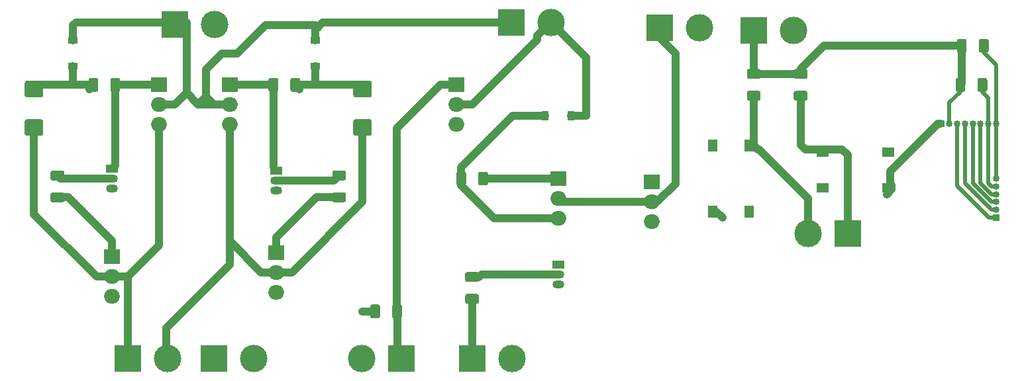
<source format=gbr>
G04 #@! TF.GenerationSoftware,KiCad,Pcbnew,(5.1.5)-3*
G04 #@! TF.CreationDate,2021-03-07T17:40:16+01:00*
G04 #@! TF.ProjectId,Motorproject,4d6f746f-7270-4726-9f6a-6563742e6b69,rev?*
G04 #@! TF.SameCoordinates,Original*
G04 #@! TF.FileFunction,Copper,L1,Top*
G04 #@! TF.FilePolarity,Positive*
%FSLAX46Y46*%
G04 Gerber Fmt 4.6, Leading zero omitted, Abs format (unit mm)*
G04 Created by KiCad (PCBNEW (5.1.5)-3) date 2021-03-07 17:40:16*
%MOMM*%
%LPD*%
G04 APERTURE LIST*
%ADD10C,3.500120*%
%ADD11R,3.500120X3.500120*%
%ADD12R,0.900000X1.200000*%
%ADD13R,1.200000X0.900000*%
%ADD14R,1.300000X1.550000*%
%ADD15R,1.550000X1.300000*%
%ADD16C,0.100000*%
%ADD17O,0.850000X0.850000*%
%ADD18R,0.850000X0.850000*%
%ADD19O,2.000000X1.905000*%
%ADD20R,2.000000X1.905000*%
%ADD21R,1.500000X1.050000*%
%ADD22O,1.500000X1.050000*%
%ADD23C,0.800000*%
%ADD24C,1.000000*%
%ADD25C,0.500000*%
G04 APERTURE END LIST*
D10*
X124080000Y-32700000D03*
D11*
X119000000Y-32700000D03*
D10*
X100080000Y-75000000D03*
D11*
X95000000Y-75000000D03*
D10*
X80920000Y-75000000D03*
D11*
X86000000Y-75000000D03*
D10*
X105080000Y-32000000D03*
D11*
X100000000Y-32000000D03*
D10*
X137920000Y-59000000D03*
D11*
X143000000Y-59000000D03*
D10*
X56080000Y-75000000D03*
D11*
X51000000Y-75000000D03*
D10*
X67080000Y-75000000D03*
D11*
X62000000Y-75000000D03*
D10*
X62080000Y-32300000D03*
D11*
X57000000Y-32300000D03*
D10*
X136080000Y-33000000D03*
D11*
X131000000Y-33000000D03*
D12*
X107650000Y-44000000D03*
X104350000Y-44000000D03*
D13*
X75000000Y-34350000D03*
X75000000Y-37650000D03*
X44000000Y-34350000D03*
X44000000Y-37650000D03*
D14*
X125800000Y-47800000D03*
X130400000Y-47800000D03*
X130400000Y-56200000D03*
X125800000Y-56200000D03*
D15*
X139800000Y-53200000D03*
X139800000Y-48600000D03*
X148200000Y-48600000D03*
X148200000Y-53200000D03*
G04 #@! TA.AperFunction,SMDPad,CuDef*
D16*
G36*
X81949504Y-44426204D02*
G01*
X81973773Y-44429804D01*
X81997571Y-44435765D01*
X82020671Y-44444030D01*
X82042849Y-44454520D01*
X82063893Y-44467133D01*
X82083598Y-44481747D01*
X82101777Y-44498223D01*
X82118253Y-44516402D01*
X82132867Y-44536107D01*
X82145480Y-44557151D01*
X82155970Y-44579329D01*
X82164235Y-44602429D01*
X82170196Y-44626227D01*
X82173796Y-44650496D01*
X82175000Y-44675000D01*
X82175000Y-46250000D01*
X82173796Y-46274504D01*
X82170196Y-46298773D01*
X82164235Y-46322571D01*
X82155970Y-46345671D01*
X82145480Y-46367849D01*
X82132867Y-46388893D01*
X82118253Y-46408598D01*
X82101777Y-46426777D01*
X82083598Y-46443253D01*
X82063893Y-46457867D01*
X82042849Y-46470480D01*
X82020671Y-46480970D01*
X81997571Y-46489235D01*
X81973773Y-46495196D01*
X81949504Y-46498796D01*
X81925000Y-46500000D01*
X80075000Y-46500000D01*
X80050496Y-46498796D01*
X80026227Y-46495196D01*
X80002429Y-46489235D01*
X79979329Y-46480970D01*
X79957151Y-46470480D01*
X79936107Y-46457867D01*
X79916402Y-46443253D01*
X79898223Y-46426777D01*
X79881747Y-46408598D01*
X79867133Y-46388893D01*
X79854520Y-46367849D01*
X79844030Y-46345671D01*
X79835765Y-46322571D01*
X79829804Y-46298773D01*
X79826204Y-46274504D01*
X79825000Y-46250000D01*
X79825000Y-44675000D01*
X79826204Y-44650496D01*
X79829804Y-44626227D01*
X79835765Y-44602429D01*
X79844030Y-44579329D01*
X79854520Y-44557151D01*
X79867133Y-44536107D01*
X79881747Y-44516402D01*
X79898223Y-44498223D01*
X79916402Y-44481747D01*
X79936107Y-44467133D01*
X79957151Y-44454520D01*
X79979329Y-44444030D01*
X80002429Y-44435765D01*
X80026227Y-44429804D01*
X80050496Y-44426204D01*
X80075000Y-44425000D01*
X81925000Y-44425000D01*
X81949504Y-44426204D01*
G37*
G04 #@! TD.AperFunction*
G04 #@! TA.AperFunction,SMDPad,CuDef*
G36*
X81949504Y-39501204D02*
G01*
X81973773Y-39504804D01*
X81997571Y-39510765D01*
X82020671Y-39519030D01*
X82042849Y-39529520D01*
X82063893Y-39542133D01*
X82083598Y-39556747D01*
X82101777Y-39573223D01*
X82118253Y-39591402D01*
X82132867Y-39611107D01*
X82145480Y-39632151D01*
X82155970Y-39654329D01*
X82164235Y-39677429D01*
X82170196Y-39701227D01*
X82173796Y-39725496D01*
X82175000Y-39750000D01*
X82175000Y-41325000D01*
X82173796Y-41349504D01*
X82170196Y-41373773D01*
X82164235Y-41397571D01*
X82155970Y-41420671D01*
X82145480Y-41442849D01*
X82132867Y-41463893D01*
X82118253Y-41483598D01*
X82101777Y-41501777D01*
X82083598Y-41518253D01*
X82063893Y-41532867D01*
X82042849Y-41545480D01*
X82020671Y-41555970D01*
X81997571Y-41564235D01*
X81973773Y-41570196D01*
X81949504Y-41573796D01*
X81925000Y-41575000D01*
X80075000Y-41575000D01*
X80050496Y-41573796D01*
X80026227Y-41570196D01*
X80002429Y-41564235D01*
X79979329Y-41555970D01*
X79957151Y-41545480D01*
X79936107Y-41532867D01*
X79916402Y-41518253D01*
X79898223Y-41501777D01*
X79881747Y-41483598D01*
X79867133Y-41463893D01*
X79854520Y-41442849D01*
X79844030Y-41420671D01*
X79835765Y-41397571D01*
X79829804Y-41373773D01*
X79826204Y-41349504D01*
X79825000Y-41325000D01*
X79825000Y-39750000D01*
X79826204Y-39725496D01*
X79829804Y-39701227D01*
X79835765Y-39677429D01*
X79844030Y-39654329D01*
X79854520Y-39632151D01*
X79867133Y-39611107D01*
X79881747Y-39591402D01*
X79898223Y-39573223D01*
X79916402Y-39556747D01*
X79936107Y-39542133D01*
X79957151Y-39529520D01*
X79979329Y-39519030D01*
X80002429Y-39510765D01*
X80026227Y-39504804D01*
X80050496Y-39501204D01*
X80075000Y-39500000D01*
X81925000Y-39500000D01*
X81949504Y-39501204D01*
G37*
G04 #@! TD.AperFunction*
G04 #@! TA.AperFunction,SMDPad,CuDef*
G36*
X137649504Y-40776204D02*
G01*
X137673773Y-40779804D01*
X137697571Y-40785765D01*
X137720671Y-40794030D01*
X137742849Y-40804520D01*
X137763893Y-40817133D01*
X137783598Y-40831747D01*
X137801777Y-40848223D01*
X137818253Y-40866402D01*
X137832867Y-40886107D01*
X137845480Y-40907151D01*
X137855970Y-40929329D01*
X137864235Y-40952429D01*
X137870196Y-40976227D01*
X137873796Y-41000496D01*
X137875000Y-41025000D01*
X137875000Y-41775000D01*
X137873796Y-41799504D01*
X137870196Y-41823773D01*
X137864235Y-41847571D01*
X137855970Y-41870671D01*
X137845480Y-41892849D01*
X137832867Y-41913893D01*
X137818253Y-41933598D01*
X137801777Y-41951777D01*
X137783598Y-41968253D01*
X137763893Y-41982867D01*
X137742849Y-41995480D01*
X137720671Y-42005970D01*
X137697571Y-42014235D01*
X137673773Y-42020196D01*
X137649504Y-42023796D01*
X137625000Y-42025000D01*
X136375000Y-42025000D01*
X136350496Y-42023796D01*
X136326227Y-42020196D01*
X136302429Y-42014235D01*
X136279329Y-42005970D01*
X136257151Y-41995480D01*
X136236107Y-41982867D01*
X136216402Y-41968253D01*
X136198223Y-41951777D01*
X136181747Y-41933598D01*
X136167133Y-41913893D01*
X136154520Y-41892849D01*
X136144030Y-41870671D01*
X136135765Y-41847571D01*
X136129804Y-41823773D01*
X136126204Y-41799504D01*
X136125000Y-41775000D01*
X136125000Y-41025000D01*
X136126204Y-41000496D01*
X136129804Y-40976227D01*
X136135765Y-40952429D01*
X136144030Y-40929329D01*
X136154520Y-40907151D01*
X136167133Y-40886107D01*
X136181747Y-40866402D01*
X136198223Y-40848223D01*
X136216402Y-40831747D01*
X136236107Y-40817133D01*
X136257151Y-40804520D01*
X136279329Y-40794030D01*
X136302429Y-40785765D01*
X136326227Y-40779804D01*
X136350496Y-40776204D01*
X136375000Y-40775000D01*
X137625000Y-40775000D01*
X137649504Y-40776204D01*
G37*
G04 #@! TD.AperFunction*
G04 #@! TA.AperFunction,SMDPad,CuDef*
G36*
X137649504Y-37976204D02*
G01*
X137673773Y-37979804D01*
X137697571Y-37985765D01*
X137720671Y-37994030D01*
X137742849Y-38004520D01*
X137763893Y-38017133D01*
X137783598Y-38031747D01*
X137801777Y-38048223D01*
X137818253Y-38066402D01*
X137832867Y-38086107D01*
X137845480Y-38107151D01*
X137855970Y-38129329D01*
X137864235Y-38152429D01*
X137870196Y-38176227D01*
X137873796Y-38200496D01*
X137875000Y-38225000D01*
X137875000Y-38975000D01*
X137873796Y-38999504D01*
X137870196Y-39023773D01*
X137864235Y-39047571D01*
X137855970Y-39070671D01*
X137845480Y-39092849D01*
X137832867Y-39113893D01*
X137818253Y-39133598D01*
X137801777Y-39151777D01*
X137783598Y-39168253D01*
X137763893Y-39182867D01*
X137742849Y-39195480D01*
X137720671Y-39205970D01*
X137697571Y-39214235D01*
X137673773Y-39220196D01*
X137649504Y-39223796D01*
X137625000Y-39225000D01*
X136375000Y-39225000D01*
X136350496Y-39223796D01*
X136326227Y-39220196D01*
X136302429Y-39214235D01*
X136279329Y-39205970D01*
X136257151Y-39195480D01*
X136236107Y-39182867D01*
X136216402Y-39168253D01*
X136198223Y-39151777D01*
X136181747Y-39133598D01*
X136167133Y-39113893D01*
X136154520Y-39092849D01*
X136144030Y-39070671D01*
X136135765Y-39047571D01*
X136129804Y-39023773D01*
X136126204Y-38999504D01*
X136125000Y-38975000D01*
X136125000Y-38225000D01*
X136126204Y-38200496D01*
X136129804Y-38176227D01*
X136135765Y-38152429D01*
X136144030Y-38129329D01*
X136154520Y-38107151D01*
X136167133Y-38086107D01*
X136181747Y-38066402D01*
X136198223Y-38048223D01*
X136216402Y-38031747D01*
X136236107Y-38017133D01*
X136257151Y-38004520D01*
X136279329Y-37994030D01*
X136302429Y-37985765D01*
X136326227Y-37979804D01*
X136350496Y-37976204D01*
X136375000Y-37975000D01*
X137625000Y-37975000D01*
X137649504Y-37976204D01*
G37*
G04 #@! TD.AperFunction*
G04 #@! TA.AperFunction,SMDPad,CuDef*
G36*
X160799504Y-34126204D02*
G01*
X160823773Y-34129804D01*
X160847571Y-34135765D01*
X160870671Y-34144030D01*
X160892849Y-34154520D01*
X160913893Y-34167133D01*
X160933598Y-34181747D01*
X160951777Y-34198223D01*
X160968253Y-34216402D01*
X160982867Y-34236107D01*
X160995480Y-34257151D01*
X161005970Y-34279329D01*
X161014235Y-34302429D01*
X161020196Y-34326227D01*
X161023796Y-34350496D01*
X161025000Y-34375000D01*
X161025000Y-35625000D01*
X161023796Y-35649504D01*
X161020196Y-35673773D01*
X161014235Y-35697571D01*
X161005970Y-35720671D01*
X160995480Y-35742849D01*
X160982867Y-35763893D01*
X160968253Y-35783598D01*
X160951777Y-35801777D01*
X160933598Y-35818253D01*
X160913893Y-35832867D01*
X160892849Y-35845480D01*
X160870671Y-35855970D01*
X160847571Y-35864235D01*
X160823773Y-35870196D01*
X160799504Y-35873796D01*
X160775000Y-35875000D01*
X160025000Y-35875000D01*
X160000496Y-35873796D01*
X159976227Y-35870196D01*
X159952429Y-35864235D01*
X159929329Y-35855970D01*
X159907151Y-35845480D01*
X159886107Y-35832867D01*
X159866402Y-35818253D01*
X159848223Y-35801777D01*
X159831747Y-35783598D01*
X159817133Y-35763893D01*
X159804520Y-35742849D01*
X159794030Y-35720671D01*
X159785765Y-35697571D01*
X159779804Y-35673773D01*
X159776204Y-35649504D01*
X159775000Y-35625000D01*
X159775000Y-34375000D01*
X159776204Y-34350496D01*
X159779804Y-34326227D01*
X159785765Y-34302429D01*
X159794030Y-34279329D01*
X159804520Y-34257151D01*
X159817133Y-34236107D01*
X159831747Y-34216402D01*
X159848223Y-34198223D01*
X159866402Y-34181747D01*
X159886107Y-34167133D01*
X159907151Y-34154520D01*
X159929329Y-34144030D01*
X159952429Y-34135765D01*
X159976227Y-34129804D01*
X160000496Y-34126204D01*
X160025000Y-34125000D01*
X160775000Y-34125000D01*
X160799504Y-34126204D01*
G37*
G04 #@! TD.AperFunction*
G04 #@! TA.AperFunction,SMDPad,CuDef*
G36*
X157999504Y-34126204D02*
G01*
X158023773Y-34129804D01*
X158047571Y-34135765D01*
X158070671Y-34144030D01*
X158092849Y-34154520D01*
X158113893Y-34167133D01*
X158133598Y-34181747D01*
X158151777Y-34198223D01*
X158168253Y-34216402D01*
X158182867Y-34236107D01*
X158195480Y-34257151D01*
X158205970Y-34279329D01*
X158214235Y-34302429D01*
X158220196Y-34326227D01*
X158223796Y-34350496D01*
X158225000Y-34375000D01*
X158225000Y-35625000D01*
X158223796Y-35649504D01*
X158220196Y-35673773D01*
X158214235Y-35697571D01*
X158205970Y-35720671D01*
X158195480Y-35742849D01*
X158182867Y-35763893D01*
X158168253Y-35783598D01*
X158151777Y-35801777D01*
X158133598Y-35818253D01*
X158113893Y-35832867D01*
X158092849Y-35845480D01*
X158070671Y-35855970D01*
X158047571Y-35864235D01*
X158023773Y-35870196D01*
X157999504Y-35873796D01*
X157975000Y-35875000D01*
X157225000Y-35875000D01*
X157200496Y-35873796D01*
X157176227Y-35870196D01*
X157152429Y-35864235D01*
X157129329Y-35855970D01*
X157107151Y-35845480D01*
X157086107Y-35832867D01*
X157066402Y-35818253D01*
X157048223Y-35801777D01*
X157031747Y-35783598D01*
X157017133Y-35763893D01*
X157004520Y-35742849D01*
X156994030Y-35720671D01*
X156985765Y-35697571D01*
X156979804Y-35673773D01*
X156976204Y-35649504D01*
X156975000Y-35625000D01*
X156975000Y-34375000D01*
X156976204Y-34350496D01*
X156979804Y-34326227D01*
X156985765Y-34302429D01*
X156994030Y-34279329D01*
X157004520Y-34257151D01*
X157017133Y-34236107D01*
X157031747Y-34216402D01*
X157048223Y-34198223D01*
X157066402Y-34181747D01*
X157086107Y-34167133D01*
X157107151Y-34154520D01*
X157129329Y-34144030D01*
X157152429Y-34135765D01*
X157176227Y-34129804D01*
X157200496Y-34126204D01*
X157225000Y-34125000D01*
X157975000Y-34125000D01*
X157999504Y-34126204D01*
G37*
G04 #@! TD.AperFunction*
G04 #@! TA.AperFunction,SMDPad,CuDef*
G36*
X160629504Y-39126204D02*
G01*
X160653773Y-39129804D01*
X160677571Y-39135765D01*
X160700671Y-39144030D01*
X160722849Y-39154520D01*
X160743893Y-39167133D01*
X160763598Y-39181747D01*
X160781777Y-39198223D01*
X160798253Y-39216402D01*
X160812867Y-39236107D01*
X160825480Y-39257151D01*
X160835970Y-39279329D01*
X160844235Y-39302429D01*
X160850196Y-39326227D01*
X160853796Y-39350496D01*
X160855000Y-39375000D01*
X160855000Y-40625000D01*
X160853796Y-40649504D01*
X160850196Y-40673773D01*
X160844235Y-40697571D01*
X160835970Y-40720671D01*
X160825480Y-40742849D01*
X160812867Y-40763893D01*
X160798253Y-40783598D01*
X160781777Y-40801777D01*
X160763598Y-40818253D01*
X160743893Y-40832867D01*
X160722849Y-40845480D01*
X160700671Y-40855970D01*
X160677571Y-40864235D01*
X160653773Y-40870196D01*
X160629504Y-40873796D01*
X160605000Y-40875000D01*
X159855000Y-40875000D01*
X159830496Y-40873796D01*
X159806227Y-40870196D01*
X159782429Y-40864235D01*
X159759329Y-40855970D01*
X159737151Y-40845480D01*
X159716107Y-40832867D01*
X159696402Y-40818253D01*
X159678223Y-40801777D01*
X159661747Y-40783598D01*
X159647133Y-40763893D01*
X159634520Y-40742849D01*
X159624030Y-40720671D01*
X159615765Y-40697571D01*
X159609804Y-40673773D01*
X159606204Y-40649504D01*
X159605000Y-40625000D01*
X159605000Y-39375000D01*
X159606204Y-39350496D01*
X159609804Y-39326227D01*
X159615765Y-39302429D01*
X159624030Y-39279329D01*
X159634520Y-39257151D01*
X159647133Y-39236107D01*
X159661747Y-39216402D01*
X159678223Y-39198223D01*
X159696402Y-39181747D01*
X159716107Y-39167133D01*
X159737151Y-39154520D01*
X159759329Y-39144030D01*
X159782429Y-39135765D01*
X159806227Y-39129804D01*
X159830496Y-39126204D01*
X159855000Y-39125000D01*
X160605000Y-39125000D01*
X160629504Y-39126204D01*
G37*
G04 #@! TD.AperFunction*
G04 #@! TA.AperFunction,SMDPad,CuDef*
G36*
X157829504Y-39126204D02*
G01*
X157853773Y-39129804D01*
X157877571Y-39135765D01*
X157900671Y-39144030D01*
X157922849Y-39154520D01*
X157943893Y-39167133D01*
X157963598Y-39181747D01*
X157981777Y-39198223D01*
X157998253Y-39216402D01*
X158012867Y-39236107D01*
X158025480Y-39257151D01*
X158035970Y-39279329D01*
X158044235Y-39302429D01*
X158050196Y-39326227D01*
X158053796Y-39350496D01*
X158055000Y-39375000D01*
X158055000Y-40625000D01*
X158053796Y-40649504D01*
X158050196Y-40673773D01*
X158044235Y-40697571D01*
X158035970Y-40720671D01*
X158025480Y-40742849D01*
X158012867Y-40763893D01*
X157998253Y-40783598D01*
X157981777Y-40801777D01*
X157963598Y-40818253D01*
X157943893Y-40832867D01*
X157922849Y-40845480D01*
X157900671Y-40855970D01*
X157877571Y-40864235D01*
X157853773Y-40870196D01*
X157829504Y-40873796D01*
X157805000Y-40875000D01*
X157055000Y-40875000D01*
X157030496Y-40873796D01*
X157006227Y-40870196D01*
X156982429Y-40864235D01*
X156959329Y-40855970D01*
X156937151Y-40845480D01*
X156916107Y-40832867D01*
X156896402Y-40818253D01*
X156878223Y-40801777D01*
X156861747Y-40783598D01*
X156847133Y-40763893D01*
X156834520Y-40742849D01*
X156824030Y-40720671D01*
X156815765Y-40697571D01*
X156809804Y-40673773D01*
X156806204Y-40649504D01*
X156805000Y-40625000D01*
X156805000Y-39375000D01*
X156806204Y-39350496D01*
X156809804Y-39326227D01*
X156815765Y-39302429D01*
X156824030Y-39279329D01*
X156834520Y-39257151D01*
X156847133Y-39236107D01*
X156861747Y-39216402D01*
X156878223Y-39198223D01*
X156896402Y-39181747D01*
X156916107Y-39167133D01*
X156937151Y-39154520D01*
X156959329Y-39144030D01*
X156982429Y-39135765D01*
X157006227Y-39129804D01*
X157030496Y-39126204D01*
X157055000Y-39125000D01*
X157805000Y-39125000D01*
X157829504Y-39126204D01*
G37*
G04 #@! TD.AperFunction*
G04 #@! TA.AperFunction,SMDPad,CuDef*
G36*
X85799504Y-68126204D02*
G01*
X85823773Y-68129804D01*
X85847571Y-68135765D01*
X85870671Y-68144030D01*
X85892849Y-68154520D01*
X85913893Y-68167133D01*
X85933598Y-68181747D01*
X85951777Y-68198223D01*
X85968253Y-68216402D01*
X85982867Y-68236107D01*
X85995480Y-68257151D01*
X86005970Y-68279329D01*
X86014235Y-68302429D01*
X86020196Y-68326227D01*
X86023796Y-68350496D01*
X86025000Y-68375000D01*
X86025000Y-69625000D01*
X86023796Y-69649504D01*
X86020196Y-69673773D01*
X86014235Y-69697571D01*
X86005970Y-69720671D01*
X85995480Y-69742849D01*
X85982867Y-69763893D01*
X85968253Y-69783598D01*
X85951777Y-69801777D01*
X85933598Y-69818253D01*
X85913893Y-69832867D01*
X85892849Y-69845480D01*
X85870671Y-69855970D01*
X85847571Y-69864235D01*
X85823773Y-69870196D01*
X85799504Y-69873796D01*
X85775000Y-69875000D01*
X85025000Y-69875000D01*
X85000496Y-69873796D01*
X84976227Y-69870196D01*
X84952429Y-69864235D01*
X84929329Y-69855970D01*
X84907151Y-69845480D01*
X84886107Y-69832867D01*
X84866402Y-69818253D01*
X84848223Y-69801777D01*
X84831747Y-69783598D01*
X84817133Y-69763893D01*
X84804520Y-69742849D01*
X84794030Y-69720671D01*
X84785765Y-69697571D01*
X84779804Y-69673773D01*
X84776204Y-69649504D01*
X84775000Y-69625000D01*
X84775000Y-68375000D01*
X84776204Y-68350496D01*
X84779804Y-68326227D01*
X84785765Y-68302429D01*
X84794030Y-68279329D01*
X84804520Y-68257151D01*
X84817133Y-68236107D01*
X84831747Y-68216402D01*
X84848223Y-68198223D01*
X84866402Y-68181747D01*
X84886107Y-68167133D01*
X84907151Y-68154520D01*
X84929329Y-68144030D01*
X84952429Y-68135765D01*
X84976227Y-68129804D01*
X85000496Y-68126204D01*
X85025000Y-68125000D01*
X85775000Y-68125000D01*
X85799504Y-68126204D01*
G37*
G04 #@! TD.AperFunction*
G04 #@! TA.AperFunction,SMDPad,CuDef*
G36*
X82999504Y-68126204D02*
G01*
X83023773Y-68129804D01*
X83047571Y-68135765D01*
X83070671Y-68144030D01*
X83092849Y-68154520D01*
X83113893Y-68167133D01*
X83133598Y-68181747D01*
X83151777Y-68198223D01*
X83168253Y-68216402D01*
X83182867Y-68236107D01*
X83195480Y-68257151D01*
X83205970Y-68279329D01*
X83214235Y-68302429D01*
X83220196Y-68326227D01*
X83223796Y-68350496D01*
X83225000Y-68375000D01*
X83225000Y-69625000D01*
X83223796Y-69649504D01*
X83220196Y-69673773D01*
X83214235Y-69697571D01*
X83205970Y-69720671D01*
X83195480Y-69742849D01*
X83182867Y-69763893D01*
X83168253Y-69783598D01*
X83151777Y-69801777D01*
X83133598Y-69818253D01*
X83113893Y-69832867D01*
X83092849Y-69845480D01*
X83070671Y-69855970D01*
X83047571Y-69864235D01*
X83023773Y-69870196D01*
X82999504Y-69873796D01*
X82975000Y-69875000D01*
X82225000Y-69875000D01*
X82200496Y-69873796D01*
X82176227Y-69870196D01*
X82152429Y-69864235D01*
X82129329Y-69855970D01*
X82107151Y-69845480D01*
X82086107Y-69832867D01*
X82066402Y-69818253D01*
X82048223Y-69801777D01*
X82031747Y-69783598D01*
X82017133Y-69763893D01*
X82004520Y-69742849D01*
X81994030Y-69720671D01*
X81985765Y-69697571D01*
X81979804Y-69673773D01*
X81976204Y-69649504D01*
X81975000Y-69625000D01*
X81975000Y-68375000D01*
X81976204Y-68350496D01*
X81979804Y-68326227D01*
X81985765Y-68302429D01*
X81994030Y-68279329D01*
X82004520Y-68257151D01*
X82017133Y-68236107D01*
X82031747Y-68216402D01*
X82048223Y-68198223D01*
X82066402Y-68181747D01*
X82086107Y-68167133D01*
X82107151Y-68154520D01*
X82129329Y-68144030D01*
X82152429Y-68135765D01*
X82176227Y-68129804D01*
X82200496Y-68126204D01*
X82225000Y-68125000D01*
X82975000Y-68125000D01*
X82999504Y-68126204D01*
G37*
G04 #@! TD.AperFunction*
D17*
X162000000Y-52000000D03*
X162000000Y-53000000D03*
X162000000Y-54000000D03*
X162000000Y-55000000D03*
X162000000Y-56000000D03*
D18*
X162000000Y-57000000D03*
D17*
X162000000Y-45000000D03*
X161000000Y-45000000D03*
X160000000Y-45000000D03*
X159000000Y-45000000D03*
X158000000Y-45000000D03*
X157000000Y-45000000D03*
X156000000Y-45000000D03*
D18*
X155000000Y-45000000D03*
D19*
X93000000Y-45080000D03*
X93000000Y-42540000D03*
D20*
X93000000Y-40000000D03*
G04 #@! TA.AperFunction,SMDPad,CuDef*
D16*
G36*
X96799504Y-51126204D02*
G01*
X96823773Y-51129804D01*
X96847571Y-51135765D01*
X96870671Y-51144030D01*
X96892849Y-51154520D01*
X96913893Y-51167133D01*
X96933598Y-51181747D01*
X96951777Y-51198223D01*
X96968253Y-51216402D01*
X96982867Y-51236107D01*
X96995480Y-51257151D01*
X97005970Y-51279329D01*
X97014235Y-51302429D01*
X97020196Y-51326227D01*
X97023796Y-51350496D01*
X97025000Y-51375000D01*
X97025000Y-52625000D01*
X97023796Y-52649504D01*
X97020196Y-52673773D01*
X97014235Y-52697571D01*
X97005970Y-52720671D01*
X96995480Y-52742849D01*
X96982867Y-52763893D01*
X96968253Y-52783598D01*
X96951777Y-52801777D01*
X96933598Y-52818253D01*
X96913893Y-52832867D01*
X96892849Y-52845480D01*
X96870671Y-52855970D01*
X96847571Y-52864235D01*
X96823773Y-52870196D01*
X96799504Y-52873796D01*
X96775000Y-52875000D01*
X96025000Y-52875000D01*
X96000496Y-52873796D01*
X95976227Y-52870196D01*
X95952429Y-52864235D01*
X95929329Y-52855970D01*
X95907151Y-52845480D01*
X95886107Y-52832867D01*
X95866402Y-52818253D01*
X95848223Y-52801777D01*
X95831747Y-52783598D01*
X95817133Y-52763893D01*
X95804520Y-52742849D01*
X95794030Y-52720671D01*
X95785765Y-52697571D01*
X95779804Y-52673773D01*
X95776204Y-52649504D01*
X95775000Y-52625000D01*
X95775000Y-51375000D01*
X95776204Y-51350496D01*
X95779804Y-51326227D01*
X95785765Y-51302429D01*
X95794030Y-51279329D01*
X95804520Y-51257151D01*
X95817133Y-51236107D01*
X95831747Y-51216402D01*
X95848223Y-51198223D01*
X95866402Y-51181747D01*
X95886107Y-51167133D01*
X95907151Y-51154520D01*
X95929329Y-51144030D01*
X95952429Y-51135765D01*
X95976227Y-51129804D01*
X96000496Y-51126204D01*
X96025000Y-51125000D01*
X96775000Y-51125000D01*
X96799504Y-51126204D01*
G37*
G04 #@! TD.AperFunction*
G04 #@! TA.AperFunction,SMDPad,CuDef*
G36*
X93999504Y-51126204D02*
G01*
X94023773Y-51129804D01*
X94047571Y-51135765D01*
X94070671Y-51144030D01*
X94092849Y-51154520D01*
X94113893Y-51167133D01*
X94133598Y-51181747D01*
X94151777Y-51198223D01*
X94168253Y-51216402D01*
X94182867Y-51236107D01*
X94195480Y-51257151D01*
X94205970Y-51279329D01*
X94214235Y-51302429D01*
X94220196Y-51326227D01*
X94223796Y-51350496D01*
X94225000Y-51375000D01*
X94225000Y-52625000D01*
X94223796Y-52649504D01*
X94220196Y-52673773D01*
X94214235Y-52697571D01*
X94205970Y-52720671D01*
X94195480Y-52742849D01*
X94182867Y-52763893D01*
X94168253Y-52783598D01*
X94151777Y-52801777D01*
X94133598Y-52818253D01*
X94113893Y-52832867D01*
X94092849Y-52845480D01*
X94070671Y-52855970D01*
X94047571Y-52864235D01*
X94023773Y-52870196D01*
X93999504Y-52873796D01*
X93975000Y-52875000D01*
X93225000Y-52875000D01*
X93200496Y-52873796D01*
X93176227Y-52870196D01*
X93152429Y-52864235D01*
X93129329Y-52855970D01*
X93107151Y-52845480D01*
X93086107Y-52832867D01*
X93066402Y-52818253D01*
X93048223Y-52801777D01*
X93031747Y-52783598D01*
X93017133Y-52763893D01*
X93004520Y-52742849D01*
X92994030Y-52720671D01*
X92985765Y-52697571D01*
X92979804Y-52673773D01*
X92976204Y-52649504D01*
X92975000Y-52625000D01*
X92975000Y-51375000D01*
X92976204Y-51350496D01*
X92979804Y-51326227D01*
X92985765Y-51302429D01*
X92994030Y-51279329D01*
X93004520Y-51257151D01*
X93017133Y-51236107D01*
X93031747Y-51216402D01*
X93048223Y-51198223D01*
X93066402Y-51181747D01*
X93086107Y-51167133D01*
X93107151Y-51154520D01*
X93129329Y-51144030D01*
X93152429Y-51135765D01*
X93176227Y-51129804D01*
X93200496Y-51126204D01*
X93225000Y-51125000D01*
X93975000Y-51125000D01*
X93999504Y-51126204D01*
G37*
G04 #@! TD.AperFunction*
G04 #@! TA.AperFunction,SMDPad,CuDef*
G36*
X95649504Y-63976204D02*
G01*
X95673773Y-63979804D01*
X95697571Y-63985765D01*
X95720671Y-63994030D01*
X95742849Y-64004520D01*
X95763893Y-64017133D01*
X95783598Y-64031747D01*
X95801777Y-64048223D01*
X95818253Y-64066402D01*
X95832867Y-64086107D01*
X95845480Y-64107151D01*
X95855970Y-64129329D01*
X95864235Y-64152429D01*
X95870196Y-64176227D01*
X95873796Y-64200496D01*
X95875000Y-64225000D01*
X95875000Y-64975000D01*
X95873796Y-64999504D01*
X95870196Y-65023773D01*
X95864235Y-65047571D01*
X95855970Y-65070671D01*
X95845480Y-65092849D01*
X95832867Y-65113893D01*
X95818253Y-65133598D01*
X95801777Y-65151777D01*
X95783598Y-65168253D01*
X95763893Y-65182867D01*
X95742849Y-65195480D01*
X95720671Y-65205970D01*
X95697571Y-65214235D01*
X95673773Y-65220196D01*
X95649504Y-65223796D01*
X95625000Y-65225000D01*
X94375000Y-65225000D01*
X94350496Y-65223796D01*
X94326227Y-65220196D01*
X94302429Y-65214235D01*
X94279329Y-65205970D01*
X94257151Y-65195480D01*
X94236107Y-65182867D01*
X94216402Y-65168253D01*
X94198223Y-65151777D01*
X94181747Y-65133598D01*
X94167133Y-65113893D01*
X94154520Y-65092849D01*
X94144030Y-65070671D01*
X94135765Y-65047571D01*
X94129804Y-65023773D01*
X94126204Y-64999504D01*
X94125000Y-64975000D01*
X94125000Y-64225000D01*
X94126204Y-64200496D01*
X94129804Y-64176227D01*
X94135765Y-64152429D01*
X94144030Y-64129329D01*
X94154520Y-64107151D01*
X94167133Y-64086107D01*
X94181747Y-64066402D01*
X94198223Y-64048223D01*
X94216402Y-64031747D01*
X94236107Y-64017133D01*
X94257151Y-64004520D01*
X94279329Y-63994030D01*
X94302429Y-63985765D01*
X94326227Y-63979804D01*
X94350496Y-63976204D01*
X94375000Y-63975000D01*
X95625000Y-63975000D01*
X95649504Y-63976204D01*
G37*
G04 #@! TD.AperFunction*
G04 #@! TA.AperFunction,SMDPad,CuDef*
G36*
X95649504Y-66776204D02*
G01*
X95673773Y-66779804D01*
X95697571Y-66785765D01*
X95720671Y-66794030D01*
X95742849Y-66804520D01*
X95763893Y-66817133D01*
X95783598Y-66831747D01*
X95801777Y-66848223D01*
X95818253Y-66866402D01*
X95832867Y-66886107D01*
X95845480Y-66907151D01*
X95855970Y-66929329D01*
X95864235Y-66952429D01*
X95870196Y-66976227D01*
X95873796Y-67000496D01*
X95875000Y-67025000D01*
X95875000Y-67775000D01*
X95873796Y-67799504D01*
X95870196Y-67823773D01*
X95864235Y-67847571D01*
X95855970Y-67870671D01*
X95845480Y-67892849D01*
X95832867Y-67913893D01*
X95818253Y-67933598D01*
X95801777Y-67951777D01*
X95783598Y-67968253D01*
X95763893Y-67982867D01*
X95742849Y-67995480D01*
X95720671Y-68005970D01*
X95697571Y-68014235D01*
X95673773Y-68020196D01*
X95649504Y-68023796D01*
X95625000Y-68025000D01*
X94375000Y-68025000D01*
X94350496Y-68023796D01*
X94326227Y-68020196D01*
X94302429Y-68014235D01*
X94279329Y-68005970D01*
X94257151Y-67995480D01*
X94236107Y-67982867D01*
X94216402Y-67968253D01*
X94198223Y-67951777D01*
X94181747Y-67933598D01*
X94167133Y-67913893D01*
X94154520Y-67892849D01*
X94144030Y-67870671D01*
X94135765Y-67847571D01*
X94129804Y-67823773D01*
X94126204Y-67799504D01*
X94125000Y-67775000D01*
X94125000Y-67025000D01*
X94126204Y-67000496D01*
X94129804Y-66976227D01*
X94135765Y-66952429D01*
X94144030Y-66929329D01*
X94154520Y-66907151D01*
X94167133Y-66886107D01*
X94181747Y-66866402D01*
X94198223Y-66848223D01*
X94216402Y-66831747D01*
X94236107Y-66817133D01*
X94257151Y-66804520D01*
X94279329Y-66794030D01*
X94302429Y-66785765D01*
X94326227Y-66779804D01*
X94350496Y-66776204D01*
X94375000Y-66775000D01*
X95625000Y-66775000D01*
X95649504Y-66776204D01*
G37*
G04 #@! TD.AperFunction*
D19*
X118000000Y-57540000D03*
X118000000Y-55000000D03*
D20*
X118000000Y-52460000D03*
D19*
X106000000Y-57080000D03*
X106000000Y-54540000D03*
D20*
X106000000Y-52000000D03*
D21*
X106000000Y-63000000D03*
D22*
X106000000Y-65540000D03*
X106000000Y-64270000D03*
G04 #@! TA.AperFunction,SMDPad,CuDef*
D16*
G36*
X131649504Y-40776204D02*
G01*
X131673773Y-40779804D01*
X131697571Y-40785765D01*
X131720671Y-40794030D01*
X131742849Y-40804520D01*
X131763893Y-40817133D01*
X131783598Y-40831747D01*
X131801777Y-40848223D01*
X131818253Y-40866402D01*
X131832867Y-40886107D01*
X131845480Y-40907151D01*
X131855970Y-40929329D01*
X131864235Y-40952429D01*
X131870196Y-40976227D01*
X131873796Y-41000496D01*
X131875000Y-41025000D01*
X131875000Y-41775000D01*
X131873796Y-41799504D01*
X131870196Y-41823773D01*
X131864235Y-41847571D01*
X131855970Y-41870671D01*
X131845480Y-41892849D01*
X131832867Y-41913893D01*
X131818253Y-41933598D01*
X131801777Y-41951777D01*
X131783598Y-41968253D01*
X131763893Y-41982867D01*
X131742849Y-41995480D01*
X131720671Y-42005970D01*
X131697571Y-42014235D01*
X131673773Y-42020196D01*
X131649504Y-42023796D01*
X131625000Y-42025000D01*
X130375000Y-42025000D01*
X130350496Y-42023796D01*
X130326227Y-42020196D01*
X130302429Y-42014235D01*
X130279329Y-42005970D01*
X130257151Y-41995480D01*
X130236107Y-41982867D01*
X130216402Y-41968253D01*
X130198223Y-41951777D01*
X130181747Y-41933598D01*
X130167133Y-41913893D01*
X130154520Y-41892849D01*
X130144030Y-41870671D01*
X130135765Y-41847571D01*
X130129804Y-41823773D01*
X130126204Y-41799504D01*
X130125000Y-41775000D01*
X130125000Y-41025000D01*
X130126204Y-41000496D01*
X130129804Y-40976227D01*
X130135765Y-40952429D01*
X130144030Y-40929329D01*
X130154520Y-40907151D01*
X130167133Y-40886107D01*
X130181747Y-40866402D01*
X130198223Y-40848223D01*
X130216402Y-40831747D01*
X130236107Y-40817133D01*
X130257151Y-40804520D01*
X130279329Y-40794030D01*
X130302429Y-40785765D01*
X130326227Y-40779804D01*
X130350496Y-40776204D01*
X130375000Y-40775000D01*
X131625000Y-40775000D01*
X131649504Y-40776204D01*
G37*
G04 #@! TD.AperFunction*
G04 #@! TA.AperFunction,SMDPad,CuDef*
G36*
X131649504Y-37976204D02*
G01*
X131673773Y-37979804D01*
X131697571Y-37985765D01*
X131720671Y-37994030D01*
X131742849Y-38004520D01*
X131763893Y-38017133D01*
X131783598Y-38031747D01*
X131801777Y-38048223D01*
X131818253Y-38066402D01*
X131832867Y-38086107D01*
X131845480Y-38107151D01*
X131855970Y-38129329D01*
X131864235Y-38152429D01*
X131870196Y-38176227D01*
X131873796Y-38200496D01*
X131875000Y-38225000D01*
X131875000Y-38975000D01*
X131873796Y-38999504D01*
X131870196Y-39023773D01*
X131864235Y-39047571D01*
X131855970Y-39070671D01*
X131845480Y-39092849D01*
X131832867Y-39113893D01*
X131818253Y-39133598D01*
X131801777Y-39151777D01*
X131783598Y-39168253D01*
X131763893Y-39182867D01*
X131742849Y-39195480D01*
X131720671Y-39205970D01*
X131697571Y-39214235D01*
X131673773Y-39220196D01*
X131649504Y-39223796D01*
X131625000Y-39225000D01*
X130375000Y-39225000D01*
X130350496Y-39223796D01*
X130326227Y-39220196D01*
X130302429Y-39214235D01*
X130279329Y-39205970D01*
X130257151Y-39195480D01*
X130236107Y-39182867D01*
X130216402Y-39168253D01*
X130198223Y-39151777D01*
X130181747Y-39133598D01*
X130167133Y-39113893D01*
X130154520Y-39092849D01*
X130144030Y-39070671D01*
X130135765Y-39047571D01*
X130129804Y-39023773D01*
X130126204Y-38999504D01*
X130125000Y-38975000D01*
X130125000Y-38225000D01*
X130126204Y-38200496D01*
X130129804Y-38176227D01*
X130135765Y-38152429D01*
X130144030Y-38129329D01*
X130154520Y-38107151D01*
X130167133Y-38086107D01*
X130181747Y-38066402D01*
X130198223Y-38048223D01*
X130216402Y-38031747D01*
X130236107Y-38017133D01*
X130257151Y-38004520D01*
X130279329Y-37994030D01*
X130302429Y-37985765D01*
X130326227Y-37979804D01*
X130350496Y-37976204D01*
X130375000Y-37975000D01*
X131625000Y-37975000D01*
X131649504Y-37976204D01*
G37*
G04 #@! TD.AperFunction*
G04 #@! TA.AperFunction,SMDPad,CuDef*
G36*
X78649504Y-50976204D02*
G01*
X78673773Y-50979804D01*
X78697571Y-50985765D01*
X78720671Y-50994030D01*
X78742849Y-51004520D01*
X78763893Y-51017133D01*
X78783598Y-51031747D01*
X78801777Y-51048223D01*
X78818253Y-51066402D01*
X78832867Y-51086107D01*
X78845480Y-51107151D01*
X78855970Y-51129329D01*
X78864235Y-51152429D01*
X78870196Y-51176227D01*
X78873796Y-51200496D01*
X78875000Y-51225000D01*
X78875000Y-51975000D01*
X78873796Y-51999504D01*
X78870196Y-52023773D01*
X78864235Y-52047571D01*
X78855970Y-52070671D01*
X78845480Y-52092849D01*
X78832867Y-52113893D01*
X78818253Y-52133598D01*
X78801777Y-52151777D01*
X78783598Y-52168253D01*
X78763893Y-52182867D01*
X78742849Y-52195480D01*
X78720671Y-52205970D01*
X78697571Y-52214235D01*
X78673773Y-52220196D01*
X78649504Y-52223796D01*
X78625000Y-52225000D01*
X77375000Y-52225000D01*
X77350496Y-52223796D01*
X77326227Y-52220196D01*
X77302429Y-52214235D01*
X77279329Y-52205970D01*
X77257151Y-52195480D01*
X77236107Y-52182867D01*
X77216402Y-52168253D01*
X77198223Y-52151777D01*
X77181747Y-52133598D01*
X77167133Y-52113893D01*
X77154520Y-52092849D01*
X77144030Y-52070671D01*
X77135765Y-52047571D01*
X77129804Y-52023773D01*
X77126204Y-51999504D01*
X77125000Y-51975000D01*
X77125000Y-51225000D01*
X77126204Y-51200496D01*
X77129804Y-51176227D01*
X77135765Y-51152429D01*
X77144030Y-51129329D01*
X77154520Y-51107151D01*
X77167133Y-51086107D01*
X77181747Y-51066402D01*
X77198223Y-51048223D01*
X77216402Y-51031747D01*
X77236107Y-51017133D01*
X77257151Y-51004520D01*
X77279329Y-50994030D01*
X77302429Y-50985765D01*
X77326227Y-50979804D01*
X77350496Y-50976204D01*
X77375000Y-50975000D01*
X78625000Y-50975000D01*
X78649504Y-50976204D01*
G37*
G04 #@! TD.AperFunction*
G04 #@! TA.AperFunction,SMDPad,CuDef*
G36*
X78649504Y-53776204D02*
G01*
X78673773Y-53779804D01*
X78697571Y-53785765D01*
X78720671Y-53794030D01*
X78742849Y-53804520D01*
X78763893Y-53817133D01*
X78783598Y-53831747D01*
X78801777Y-53848223D01*
X78818253Y-53866402D01*
X78832867Y-53886107D01*
X78845480Y-53907151D01*
X78855970Y-53929329D01*
X78864235Y-53952429D01*
X78870196Y-53976227D01*
X78873796Y-54000496D01*
X78875000Y-54025000D01*
X78875000Y-54775000D01*
X78873796Y-54799504D01*
X78870196Y-54823773D01*
X78864235Y-54847571D01*
X78855970Y-54870671D01*
X78845480Y-54892849D01*
X78832867Y-54913893D01*
X78818253Y-54933598D01*
X78801777Y-54951777D01*
X78783598Y-54968253D01*
X78763893Y-54982867D01*
X78742849Y-54995480D01*
X78720671Y-55005970D01*
X78697571Y-55014235D01*
X78673773Y-55020196D01*
X78649504Y-55023796D01*
X78625000Y-55025000D01*
X77375000Y-55025000D01*
X77350496Y-55023796D01*
X77326227Y-55020196D01*
X77302429Y-55014235D01*
X77279329Y-55005970D01*
X77257151Y-54995480D01*
X77236107Y-54982867D01*
X77216402Y-54968253D01*
X77198223Y-54951777D01*
X77181747Y-54933598D01*
X77167133Y-54913893D01*
X77154520Y-54892849D01*
X77144030Y-54870671D01*
X77135765Y-54847571D01*
X77129804Y-54823773D01*
X77126204Y-54799504D01*
X77125000Y-54775000D01*
X77125000Y-54025000D01*
X77126204Y-54000496D01*
X77129804Y-53976227D01*
X77135765Y-53952429D01*
X77144030Y-53929329D01*
X77154520Y-53907151D01*
X77167133Y-53886107D01*
X77181747Y-53866402D01*
X77198223Y-53848223D01*
X77216402Y-53831747D01*
X77236107Y-53817133D01*
X77257151Y-53804520D01*
X77279329Y-53794030D01*
X77302429Y-53785765D01*
X77326227Y-53779804D01*
X77350496Y-53776204D01*
X77375000Y-53775000D01*
X78625000Y-53775000D01*
X78649504Y-53776204D01*
G37*
G04 #@! TD.AperFunction*
G04 #@! TA.AperFunction,SMDPad,CuDef*
G36*
X69999504Y-39126204D02*
G01*
X70023773Y-39129804D01*
X70047571Y-39135765D01*
X70070671Y-39144030D01*
X70092849Y-39154520D01*
X70113893Y-39167133D01*
X70133598Y-39181747D01*
X70151777Y-39198223D01*
X70168253Y-39216402D01*
X70182867Y-39236107D01*
X70195480Y-39257151D01*
X70205970Y-39279329D01*
X70214235Y-39302429D01*
X70220196Y-39326227D01*
X70223796Y-39350496D01*
X70225000Y-39375000D01*
X70225000Y-40625000D01*
X70223796Y-40649504D01*
X70220196Y-40673773D01*
X70214235Y-40697571D01*
X70205970Y-40720671D01*
X70195480Y-40742849D01*
X70182867Y-40763893D01*
X70168253Y-40783598D01*
X70151777Y-40801777D01*
X70133598Y-40818253D01*
X70113893Y-40832867D01*
X70092849Y-40845480D01*
X70070671Y-40855970D01*
X70047571Y-40864235D01*
X70023773Y-40870196D01*
X69999504Y-40873796D01*
X69975000Y-40875000D01*
X69225000Y-40875000D01*
X69200496Y-40873796D01*
X69176227Y-40870196D01*
X69152429Y-40864235D01*
X69129329Y-40855970D01*
X69107151Y-40845480D01*
X69086107Y-40832867D01*
X69066402Y-40818253D01*
X69048223Y-40801777D01*
X69031747Y-40783598D01*
X69017133Y-40763893D01*
X69004520Y-40742849D01*
X68994030Y-40720671D01*
X68985765Y-40697571D01*
X68979804Y-40673773D01*
X68976204Y-40649504D01*
X68975000Y-40625000D01*
X68975000Y-39375000D01*
X68976204Y-39350496D01*
X68979804Y-39326227D01*
X68985765Y-39302429D01*
X68994030Y-39279329D01*
X69004520Y-39257151D01*
X69017133Y-39236107D01*
X69031747Y-39216402D01*
X69048223Y-39198223D01*
X69066402Y-39181747D01*
X69086107Y-39167133D01*
X69107151Y-39154520D01*
X69129329Y-39144030D01*
X69152429Y-39135765D01*
X69176227Y-39129804D01*
X69200496Y-39126204D01*
X69225000Y-39125000D01*
X69975000Y-39125000D01*
X69999504Y-39126204D01*
G37*
G04 #@! TD.AperFunction*
G04 #@! TA.AperFunction,SMDPad,CuDef*
G36*
X72799504Y-39126204D02*
G01*
X72823773Y-39129804D01*
X72847571Y-39135765D01*
X72870671Y-39144030D01*
X72892849Y-39154520D01*
X72913893Y-39167133D01*
X72933598Y-39181747D01*
X72951777Y-39198223D01*
X72968253Y-39216402D01*
X72982867Y-39236107D01*
X72995480Y-39257151D01*
X73005970Y-39279329D01*
X73014235Y-39302429D01*
X73020196Y-39326227D01*
X73023796Y-39350496D01*
X73025000Y-39375000D01*
X73025000Y-40625000D01*
X73023796Y-40649504D01*
X73020196Y-40673773D01*
X73014235Y-40697571D01*
X73005970Y-40720671D01*
X72995480Y-40742849D01*
X72982867Y-40763893D01*
X72968253Y-40783598D01*
X72951777Y-40801777D01*
X72933598Y-40818253D01*
X72913893Y-40832867D01*
X72892849Y-40845480D01*
X72870671Y-40855970D01*
X72847571Y-40864235D01*
X72823773Y-40870196D01*
X72799504Y-40873796D01*
X72775000Y-40875000D01*
X72025000Y-40875000D01*
X72000496Y-40873796D01*
X71976227Y-40870196D01*
X71952429Y-40864235D01*
X71929329Y-40855970D01*
X71907151Y-40845480D01*
X71886107Y-40832867D01*
X71866402Y-40818253D01*
X71848223Y-40801777D01*
X71831747Y-40783598D01*
X71817133Y-40763893D01*
X71804520Y-40742849D01*
X71794030Y-40720671D01*
X71785765Y-40697571D01*
X71779804Y-40673773D01*
X71776204Y-40649504D01*
X71775000Y-40625000D01*
X71775000Y-39375000D01*
X71776204Y-39350496D01*
X71779804Y-39326227D01*
X71785765Y-39302429D01*
X71794030Y-39279329D01*
X71804520Y-39257151D01*
X71817133Y-39236107D01*
X71831747Y-39216402D01*
X71848223Y-39198223D01*
X71866402Y-39181747D01*
X71886107Y-39167133D01*
X71907151Y-39154520D01*
X71929329Y-39144030D01*
X71952429Y-39135765D01*
X71976227Y-39129804D01*
X72000496Y-39126204D01*
X72025000Y-39125000D01*
X72775000Y-39125000D01*
X72799504Y-39126204D01*
G37*
G04 #@! TD.AperFunction*
G04 #@! TA.AperFunction,SMDPad,CuDef*
G36*
X42649504Y-53776204D02*
G01*
X42673773Y-53779804D01*
X42697571Y-53785765D01*
X42720671Y-53794030D01*
X42742849Y-53804520D01*
X42763893Y-53817133D01*
X42783598Y-53831747D01*
X42801777Y-53848223D01*
X42818253Y-53866402D01*
X42832867Y-53886107D01*
X42845480Y-53907151D01*
X42855970Y-53929329D01*
X42864235Y-53952429D01*
X42870196Y-53976227D01*
X42873796Y-54000496D01*
X42875000Y-54025000D01*
X42875000Y-54775000D01*
X42873796Y-54799504D01*
X42870196Y-54823773D01*
X42864235Y-54847571D01*
X42855970Y-54870671D01*
X42845480Y-54892849D01*
X42832867Y-54913893D01*
X42818253Y-54933598D01*
X42801777Y-54951777D01*
X42783598Y-54968253D01*
X42763893Y-54982867D01*
X42742849Y-54995480D01*
X42720671Y-55005970D01*
X42697571Y-55014235D01*
X42673773Y-55020196D01*
X42649504Y-55023796D01*
X42625000Y-55025000D01*
X41375000Y-55025000D01*
X41350496Y-55023796D01*
X41326227Y-55020196D01*
X41302429Y-55014235D01*
X41279329Y-55005970D01*
X41257151Y-54995480D01*
X41236107Y-54982867D01*
X41216402Y-54968253D01*
X41198223Y-54951777D01*
X41181747Y-54933598D01*
X41167133Y-54913893D01*
X41154520Y-54892849D01*
X41144030Y-54870671D01*
X41135765Y-54847571D01*
X41129804Y-54823773D01*
X41126204Y-54799504D01*
X41125000Y-54775000D01*
X41125000Y-54025000D01*
X41126204Y-54000496D01*
X41129804Y-53976227D01*
X41135765Y-53952429D01*
X41144030Y-53929329D01*
X41154520Y-53907151D01*
X41167133Y-53886107D01*
X41181747Y-53866402D01*
X41198223Y-53848223D01*
X41216402Y-53831747D01*
X41236107Y-53817133D01*
X41257151Y-53804520D01*
X41279329Y-53794030D01*
X41302429Y-53785765D01*
X41326227Y-53779804D01*
X41350496Y-53776204D01*
X41375000Y-53775000D01*
X42625000Y-53775000D01*
X42649504Y-53776204D01*
G37*
G04 #@! TD.AperFunction*
G04 #@! TA.AperFunction,SMDPad,CuDef*
G36*
X42649504Y-50976204D02*
G01*
X42673773Y-50979804D01*
X42697571Y-50985765D01*
X42720671Y-50994030D01*
X42742849Y-51004520D01*
X42763893Y-51017133D01*
X42783598Y-51031747D01*
X42801777Y-51048223D01*
X42818253Y-51066402D01*
X42832867Y-51086107D01*
X42845480Y-51107151D01*
X42855970Y-51129329D01*
X42864235Y-51152429D01*
X42870196Y-51176227D01*
X42873796Y-51200496D01*
X42875000Y-51225000D01*
X42875000Y-51975000D01*
X42873796Y-51999504D01*
X42870196Y-52023773D01*
X42864235Y-52047571D01*
X42855970Y-52070671D01*
X42845480Y-52092849D01*
X42832867Y-52113893D01*
X42818253Y-52133598D01*
X42801777Y-52151777D01*
X42783598Y-52168253D01*
X42763893Y-52182867D01*
X42742849Y-52195480D01*
X42720671Y-52205970D01*
X42697571Y-52214235D01*
X42673773Y-52220196D01*
X42649504Y-52223796D01*
X42625000Y-52225000D01*
X41375000Y-52225000D01*
X41350496Y-52223796D01*
X41326227Y-52220196D01*
X41302429Y-52214235D01*
X41279329Y-52205970D01*
X41257151Y-52195480D01*
X41236107Y-52182867D01*
X41216402Y-52168253D01*
X41198223Y-52151777D01*
X41181747Y-52133598D01*
X41167133Y-52113893D01*
X41154520Y-52092849D01*
X41144030Y-52070671D01*
X41135765Y-52047571D01*
X41129804Y-52023773D01*
X41126204Y-51999504D01*
X41125000Y-51975000D01*
X41125000Y-51225000D01*
X41126204Y-51200496D01*
X41129804Y-51176227D01*
X41135765Y-51152429D01*
X41144030Y-51129329D01*
X41154520Y-51107151D01*
X41167133Y-51086107D01*
X41181747Y-51066402D01*
X41198223Y-51048223D01*
X41216402Y-51031747D01*
X41236107Y-51017133D01*
X41257151Y-51004520D01*
X41279329Y-50994030D01*
X41302429Y-50985765D01*
X41326227Y-50979804D01*
X41350496Y-50976204D01*
X41375000Y-50975000D01*
X42625000Y-50975000D01*
X42649504Y-50976204D01*
G37*
G04 #@! TD.AperFunction*
G04 #@! TA.AperFunction,SMDPad,CuDef*
G36*
X46999504Y-39126204D02*
G01*
X47023773Y-39129804D01*
X47047571Y-39135765D01*
X47070671Y-39144030D01*
X47092849Y-39154520D01*
X47113893Y-39167133D01*
X47133598Y-39181747D01*
X47151777Y-39198223D01*
X47168253Y-39216402D01*
X47182867Y-39236107D01*
X47195480Y-39257151D01*
X47205970Y-39279329D01*
X47214235Y-39302429D01*
X47220196Y-39326227D01*
X47223796Y-39350496D01*
X47225000Y-39375000D01*
X47225000Y-40625000D01*
X47223796Y-40649504D01*
X47220196Y-40673773D01*
X47214235Y-40697571D01*
X47205970Y-40720671D01*
X47195480Y-40742849D01*
X47182867Y-40763893D01*
X47168253Y-40783598D01*
X47151777Y-40801777D01*
X47133598Y-40818253D01*
X47113893Y-40832867D01*
X47092849Y-40845480D01*
X47070671Y-40855970D01*
X47047571Y-40864235D01*
X47023773Y-40870196D01*
X46999504Y-40873796D01*
X46975000Y-40875000D01*
X46225000Y-40875000D01*
X46200496Y-40873796D01*
X46176227Y-40870196D01*
X46152429Y-40864235D01*
X46129329Y-40855970D01*
X46107151Y-40845480D01*
X46086107Y-40832867D01*
X46066402Y-40818253D01*
X46048223Y-40801777D01*
X46031747Y-40783598D01*
X46017133Y-40763893D01*
X46004520Y-40742849D01*
X45994030Y-40720671D01*
X45985765Y-40697571D01*
X45979804Y-40673773D01*
X45976204Y-40649504D01*
X45975000Y-40625000D01*
X45975000Y-39375000D01*
X45976204Y-39350496D01*
X45979804Y-39326227D01*
X45985765Y-39302429D01*
X45994030Y-39279329D01*
X46004520Y-39257151D01*
X46017133Y-39236107D01*
X46031747Y-39216402D01*
X46048223Y-39198223D01*
X46066402Y-39181747D01*
X46086107Y-39167133D01*
X46107151Y-39154520D01*
X46129329Y-39144030D01*
X46152429Y-39135765D01*
X46176227Y-39129804D01*
X46200496Y-39126204D01*
X46225000Y-39125000D01*
X46975000Y-39125000D01*
X46999504Y-39126204D01*
G37*
G04 #@! TD.AperFunction*
G04 #@! TA.AperFunction,SMDPad,CuDef*
G36*
X49799504Y-39126204D02*
G01*
X49823773Y-39129804D01*
X49847571Y-39135765D01*
X49870671Y-39144030D01*
X49892849Y-39154520D01*
X49913893Y-39167133D01*
X49933598Y-39181747D01*
X49951777Y-39198223D01*
X49968253Y-39216402D01*
X49982867Y-39236107D01*
X49995480Y-39257151D01*
X50005970Y-39279329D01*
X50014235Y-39302429D01*
X50020196Y-39326227D01*
X50023796Y-39350496D01*
X50025000Y-39375000D01*
X50025000Y-40625000D01*
X50023796Y-40649504D01*
X50020196Y-40673773D01*
X50014235Y-40697571D01*
X50005970Y-40720671D01*
X49995480Y-40742849D01*
X49982867Y-40763893D01*
X49968253Y-40783598D01*
X49951777Y-40801777D01*
X49933598Y-40818253D01*
X49913893Y-40832867D01*
X49892849Y-40845480D01*
X49870671Y-40855970D01*
X49847571Y-40864235D01*
X49823773Y-40870196D01*
X49799504Y-40873796D01*
X49775000Y-40875000D01*
X49025000Y-40875000D01*
X49000496Y-40873796D01*
X48976227Y-40870196D01*
X48952429Y-40864235D01*
X48929329Y-40855970D01*
X48907151Y-40845480D01*
X48886107Y-40832867D01*
X48866402Y-40818253D01*
X48848223Y-40801777D01*
X48831747Y-40783598D01*
X48817133Y-40763893D01*
X48804520Y-40742849D01*
X48794030Y-40720671D01*
X48785765Y-40697571D01*
X48779804Y-40673773D01*
X48776204Y-40649504D01*
X48775000Y-40625000D01*
X48775000Y-39375000D01*
X48776204Y-39350496D01*
X48779804Y-39326227D01*
X48785765Y-39302429D01*
X48794030Y-39279329D01*
X48804520Y-39257151D01*
X48817133Y-39236107D01*
X48831747Y-39216402D01*
X48848223Y-39198223D01*
X48866402Y-39181747D01*
X48886107Y-39167133D01*
X48907151Y-39154520D01*
X48929329Y-39144030D01*
X48952429Y-39135765D01*
X48976227Y-39129804D01*
X49000496Y-39126204D01*
X49025000Y-39125000D01*
X49775000Y-39125000D01*
X49799504Y-39126204D01*
G37*
G04 #@! TD.AperFunction*
D21*
X70000000Y-51000000D03*
D22*
X70000000Y-53540000D03*
X70000000Y-52270000D03*
D21*
X49000000Y-50730000D03*
D22*
X49000000Y-53270000D03*
X49000000Y-52000000D03*
D19*
X70000000Y-66540000D03*
X70000000Y-64000000D03*
D20*
X70000000Y-61460000D03*
D19*
X49000000Y-67080000D03*
X49000000Y-64540000D03*
D20*
X49000000Y-62000000D03*
D19*
X64000000Y-45080000D03*
X64000000Y-42540000D03*
D20*
X64000000Y-40000000D03*
D19*
X55000000Y-45080000D03*
X55000000Y-42540000D03*
D20*
X55000000Y-40000000D03*
G04 #@! TA.AperFunction,SMDPad,CuDef*
D16*
G36*
X39949504Y-44426204D02*
G01*
X39973773Y-44429804D01*
X39997571Y-44435765D01*
X40020671Y-44444030D01*
X40042849Y-44454520D01*
X40063893Y-44467133D01*
X40083598Y-44481747D01*
X40101777Y-44498223D01*
X40118253Y-44516402D01*
X40132867Y-44536107D01*
X40145480Y-44557151D01*
X40155970Y-44579329D01*
X40164235Y-44602429D01*
X40170196Y-44626227D01*
X40173796Y-44650496D01*
X40175000Y-44675000D01*
X40175000Y-46250000D01*
X40173796Y-46274504D01*
X40170196Y-46298773D01*
X40164235Y-46322571D01*
X40155970Y-46345671D01*
X40145480Y-46367849D01*
X40132867Y-46388893D01*
X40118253Y-46408598D01*
X40101777Y-46426777D01*
X40083598Y-46443253D01*
X40063893Y-46457867D01*
X40042849Y-46470480D01*
X40020671Y-46480970D01*
X39997571Y-46489235D01*
X39973773Y-46495196D01*
X39949504Y-46498796D01*
X39925000Y-46500000D01*
X38075000Y-46500000D01*
X38050496Y-46498796D01*
X38026227Y-46495196D01*
X38002429Y-46489235D01*
X37979329Y-46480970D01*
X37957151Y-46470480D01*
X37936107Y-46457867D01*
X37916402Y-46443253D01*
X37898223Y-46426777D01*
X37881747Y-46408598D01*
X37867133Y-46388893D01*
X37854520Y-46367849D01*
X37844030Y-46345671D01*
X37835765Y-46322571D01*
X37829804Y-46298773D01*
X37826204Y-46274504D01*
X37825000Y-46250000D01*
X37825000Y-44675000D01*
X37826204Y-44650496D01*
X37829804Y-44626227D01*
X37835765Y-44602429D01*
X37844030Y-44579329D01*
X37854520Y-44557151D01*
X37867133Y-44536107D01*
X37881747Y-44516402D01*
X37898223Y-44498223D01*
X37916402Y-44481747D01*
X37936107Y-44467133D01*
X37957151Y-44454520D01*
X37979329Y-44444030D01*
X38002429Y-44435765D01*
X38026227Y-44429804D01*
X38050496Y-44426204D01*
X38075000Y-44425000D01*
X39925000Y-44425000D01*
X39949504Y-44426204D01*
G37*
G04 #@! TD.AperFunction*
G04 #@! TA.AperFunction,SMDPad,CuDef*
G36*
X39949504Y-39501204D02*
G01*
X39973773Y-39504804D01*
X39997571Y-39510765D01*
X40020671Y-39519030D01*
X40042849Y-39529520D01*
X40063893Y-39542133D01*
X40083598Y-39556747D01*
X40101777Y-39573223D01*
X40118253Y-39591402D01*
X40132867Y-39611107D01*
X40145480Y-39632151D01*
X40155970Y-39654329D01*
X40164235Y-39677429D01*
X40170196Y-39701227D01*
X40173796Y-39725496D01*
X40175000Y-39750000D01*
X40175000Y-41325000D01*
X40173796Y-41349504D01*
X40170196Y-41373773D01*
X40164235Y-41397571D01*
X40155970Y-41420671D01*
X40145480Y-41442849D01*
X40132867Y-41463893D01*
X40118253Y-41483598D01*
X40101777Y-41501777D01*
X40083598Y-41518253D01*
X40063893Y-41532867D01*
X40042849Y-41545480D01*
X40020671Y-41555970D01*
X39997571Y-41564235D01*
X39973773Y-41570196D01*
X39949504Y-41573796D01*
X39925000Y-41575000D01*
X38075000Y-41575000D01*
X38050496Y-41573796D01*
X38026227Y-41570196D01*
X38002429Y-41564235D01*
X37979329Y-41555970D01*
X37957151Y-41545480D01*
X37936107Y-41532867D01*
X37916402Y-41518253D01*
X37898223Y-41501777D01*
X37881747Y-41483598D01*
X37867133Y-41463893D01*
X37854520Y-41442849D01*
X37844030Y-41420671D01*
X37835765Y-41397571D01*
X37829804Y-41373773D01*
X37826204Y-41349504D01*
X37825000Y-41325000D01*
X37825000Y-39750000D01*
X37826204Y-39725496D01*
X37829804Y-39701227D01*
X37835765Y-39677429D01*
X37844030Y-39654329D01*
X37854520Y-39632151D01*
X37867133Y-39611107D01*
X37881747Y-39591402D01*
X37898223Y-39573223D01*
X37916402Y-39556747D01*
X37936107Y-39542133D01*
X37957151Y-39529520D01*
X37979329Y-39519030D01*
X38002429Y-39510765D01*
X38026227Y-39504804D01*
X38050496Y-39501204D01*
X38075000Y-39500000D01*
X39925000Y-39500000D01*
X39949504Y-39501204D01*
G37*
G04 #@! TD.AperFunction*
D23*
X127000000Y-57000000D03*
X148000000Y-54000000D03*
X81000000Y-69000000D03*
X102000000Y-44000000D03*
D24*
X55000000Y-60540000D02*
X51000000Y-64540000D01*
X51000000Y-64540000D02*
X49000000Y-64540000D01*
X55000000Y-45080000D02*
X55000000Y-60540000D01*
X39000000Y-56540000D02*
X39000000Y-46500000D01*
X47000000Y-64540000D02*
X39000000Y-56540000D01*
X39000000Y-46500000D02*
X39000000Y-45462500D01*
X49000000Y-64540000D02*
X47000000Y-64540000D01*
X51000000Y-64540000D02*
X51000000Y-72200000D01*
X51000000Y-72200000D02*
X51000000Y-75000000D01*
X46062500Y-40537500D02*
X46600000Y-40000000D01*
X44000000Y-40000000D02*
X46600000Y-40000000D01*
X39537500Y-40000000D02*
X39000000Y-40537500D01*
X44000000Y-40000000D02*
X39537500Y-40000000D01*
X44000000Y-37650000D02*
X44000000Y-40000000D01*
X68000000Y-64000000D02*
X70000000Y-64000000D01*
X64000000Y-60000000D02*
X68000000Y-64000000D01*
X64000000Y-45080000D02*
X64000000Y-60000000D01*
X72000000Y-64000000D02*
X70000000Y-64000000D01*
X81000000Y-55000000D02*
X72000000Y-64000000D01*
X81000000Y-45462500D02*
X81000000Y-55000000D01*
X64000000Y-63000000D02*
X64000000Y-60000000D01*
X55900000Y-71100000D02*
X64000000Y-63000000D01*
X55900000Y-74820000D02*
X56080000Y-75000000D01*
X55900000Y-73100000D02*
X55900000Y-74820000D01*
X55900000Y-73100000D02*
X55900000Y-71100000D01*
X55900000Y-74700000D02*
X55900000Y-73100000D01*
X72937500Y-40537500D02*
X72400000Y-40000000D01*
X75000000Y-40000000D02*
X72400000Y-40000000D01*
X80462500Y-40000000D02*
X81000000Y-40537500D01*
X75000000Y-40000000D02*
X80462500Y-40000000D01*
X75000000Y-37650000D02*
X75000000Y-40000000D01*
D25*
X156000000Y-44398960D02*
X156000000Y-45000000D01*
X157430000Y-40875000D02*
X156000000Y-42305000D01*
X157430000Y-40000000D02*
X157430000Y-40875000D01*
X156000000Y-43000000D02*
X156000000Y-44398960D01*
X156000000Y-42305000D02*
X156000000Y-43000000D01*
D24*
X137000000Y-37975000D02*
X137000000Y-38600000D01*
X139975000Y-35000000D02*
X137000000Y-37975000D01*
X157600000Y-35000000D02*
X139975000Y-35000000D01*
X157600000Y-39830000D02*
X157430000Y-40000000D01*
X157600000Y-35000000D02*
X157600000Y-39830000D01*
X131000000Y-33000000D02*
X131000000Y-38600000D01*
X137000000Y-38600000D02*
X131000000Y-38600000D01*
X49400000Y-40000000D02*
X55000000Y-40000000D01*
X49400000Y-50330000D02*
X49000000Y-50730000D01*
X49400000Y-40000000D02*
X49400000Y-50330000D01*
X64000000Y-40000000D02*
X69600000Y-40000000D01*
X69600000Y-50600000D02*
X70000000Y-51000000D01*
X69600000Y-40000000D02*
X69600000Y-50600000D01*
X148645000Y-52854999D02*
X148645000Y-53355000D01*
X148645000Y-53355000D02*
X148000000Y-54000000D01*
X154575000Y-45000000D02*
X154874999Y-45000000D01*
X148475000Y-52750000D02*
X148475000Y-51100000D01*
X148475000Y-51100000D02*
X154575000Y-45000000D01*
X126200000Y-56200000D02*
X127000000Y-57000000D01*
X125800000Y-56200000D02*
X126200000Y-56200000D01*
X82600000Y-69000000D02*
X81000000Y-69000000D01*
X70000000Y-59507500D02*
X70000000Y-61460000D01*
X75107500Y-54400000D02*
X70000000Y-59507500D01*
X78000000Y-54400000D02*
X75107500Y-54400000D01*
X137000000Y-47659999D02*
X137000000Y-41400000D01*
X137590001Y-48250000D02*
X137000000Y-47659999D01*
X142300000Y-48250000D02*
X137590001Y-48250000D01*
X143000000Y-59000000D02*
X143000000Y-48950000D01*
X143000000Y-48950000D02*
X142300000Y-48250000D01*
X131000000Y-47725000D02*
X131525000Y-48250000D01*
X131000000Y-41400000D02*
X131000000Y-47725000D01*
X131650000Y-48250000D02*
X131525000Y-48250000D01*
X137920000Y-54520000D02*
X137920000Y-59000000D01*
X131650000Y-48250000D02*
X137920000Y-54520000D01*
X49000000Y-62000000D02*
X49000000Y-60000000D01*
X43400000Y-54400000D02*
X42000000Y-54400000D01*
X49000000Y-60000000D02*
X43400000Y-54400000D01*
X93600000Y-52875000D02*
X93600000Y-52000000D01*
X97805000Y-57080000D02*
X93600000Y-52875000D01*
X106000000Y-57080000D02*
X97805000Y-57080000D01*
X44380000Y-32000000D02*
X44000000Y-32380000D01*
X58500000Y-32000000D02*
X44380000Y-32000000D01*
X57000000Y-42540000D02*
X55000000Y-42540000D01*
X58500000Y-41040000D02*
X57000000Y-42540000D01*
X58500000Y-32000000D02*
X58500000Y-41040000D01*
X60000000Y-42540000D02*
X58500000Y-41040000D01*
X64000000Y-42540000D02*
X60000000Y-42540000D01*
X62000000Y-42540000D02*
X64000000Y-42540000D01*
X61000000Y-41540000D02*
X62000000Y-42540000D01*
X68620000Y-32380000D02*
X65000000Y-36000000D01*
X75000000Y-32380000D02*
X68620000Y-32380000D01*
X61000000Y-38000000D02*
X61000000Y-41540000D01*
X65000000Y-36000000D02*
X63000000Y-36000000D01*
X63000000Y-36000000D02*
X61000000Y-38000000D01*
X61000000Y-41540000D02*
X60000000Y-42540000D01*
X75320000Y-32700000D02*
X75000000Y-32380000D01*
X93600000Y-51125000D02*
X93600000Y-52000000D01*
X93600000Y-50600000D02*
X93600000Y-51125000D01*
X104350000Y-44000000D02*
X100200000Y-44000000D01*
X100200000Y-44000000D02*
X93600000Y-50600000D01*
X75200000Y-32700000D02*
X75320000Y-32700000D01*
X75000000Y-32900000D02*
X75200000Y-32700000D01*
X75000000Y-34350000D02*
X75000000Y-32900000D01*
X44000000Y-34350000D02*
X44000000Y-32380000D01*
X75900000Y-32000000D02*
X75200000Y-32700000D01*
X100000000Y-32000000D02*
X75900000Y-32000000D01*
X94060000Y-42540000D02*
X93000000Y-42540000D01*
X109620000Y-44000000D02*
X107650000Y-44000000D01*
X105080000Y-32000000D02*
X109620000Y-36540000D01*
X109620000Y-36540000D02*
X109620000Y-44000000D01*
X95000000Y-42540000D02*
X93000000Y-42540000D01*
X103329941Y-34210059D02*
X95000000Y-42540000D01*
X103329941Y-33750059D02*
X103329941Y-34210059D01*
X105080000Y-32000000D02*
X103329941Y-33750059D01*
X85500000Y-69100000D02*
X85400000Y-69000000D01*
X85500000Y-75300000D02*
X85500000Y-69100000D01*
X85400000Y-45600000D02*
X85400000Y-68125000D01*
X85400000Y-68125000D02*
X85400000Y-69000000D01*
X91000000Y-40000000D02*
X85400000Y-45600000D01*
X93000000Y-40000000D02*
X91000000Y-40000000D01*
X95000000Y-67400000D02*
X95000000Y-75000000D01*
X106460000Y-55000000D02*
X106000000Y-54540000D01*
X118000000Y-55000000D02*
X106460000Y-55000000D01*
X121000000Y-36000000D02*
X118699999Y-33699999D01*
X121000000Y-52672502D02*
X121000000Y-36000000D01*
X118000000Y-55000000D02*
X118672502Y-55000000D01*
X118699999Y-33699999D02*
X118000000Y-33000000D01*
X118672502Y-55000000D02*
X121000000Y-52672502D01*
X96400000Y-52000000D02*
X106000000Y-52000000D01*
X77330000Y-52270000D02*
X78000000Y-51600000D01*
X70000000Y-52270000D02*
X77330000Y-52270000D01*
D25*
X162000000Y-37475000D02*
X162000000Y-44398960D01*
X160400000Y-35875000D02*
X162000000Y-37475000D01*
X162000000Y-44398960D02*
X162000000Y-45000000D01*
X160400000Y-35000000D02*
X160400000Y-35875000D01*
X162000000Y-45000000D02*
X162000000Y-52000000D01*
X161000000Y-44398960D02*
X161000000Y-45000000D01*
X161000000Y-41645000D02*
X161000000Y-44398960D01*
X160230000Y-40875000D02*
X161000000Y-41645000D01*
X160230000Y-40000000D02*
X160230000Y-40875000D01*
X161398960Y-53000000D02*
X162000000Y-53000000D01*
X161000000Y-52601040D02*
X161398960Y-53000000D01*
X161000000Y-45000000D02*
X161000000Y-52601040D01*
X160000000Y-45601040D02*
X160000000Y-45000000D01*
X160000000Y-52601040D02*
X160000000Y-45601040D01*
X161398960Y-54000000D02*
X160000000Y-52601040D01*
X162000000Y-54000000D02*
X161398960Y-54000000D01*
X161398960Y-55000000D02*
X159000000Y-52601040D01*
X159000000Y-45601040D02*
X159000000Y-45000000D01*
X159000000Y-52601040D02*
X159000000Y-45601040D01*
X162000000Y-55000000D02*
X161398960Y-55000000D01*
X158000000Y-45601040D02*
X158000000Y-45000000D01*
X158000000Y-52601040D02*
X158000000Y-45601040D01*
X161398960Y-56000000D02*
X158000000Y-52601040D01*
X162000000Y-56000000D02*
X161398960Y-56000000D01*
X157000000Y-45601040D02*
X157000000Y-45000000D01*
X157000000Y-52925000D02*
X157000000Y-45601040D01*
X161075000Y-57000000D02*
X157000000Y-52925000D01*
X162000000Y-57000000D02*
X161075000Y-57000000D01*
D24*
X42400000Y-52000000D02*
X42000000Y-51600000D01*
X49000000Y-52000000D02*
X42400000Y-52000000D01*
X96205000Y-64270000D02*
X104250000Y-64270000D01*
X95875000Y-64600000D02*
X96205000Y-64270000D01*
X104250000Y-64270000D02*
X106000000Y-64270000D01*
X95000000Y-64600000D02*
X95875000Y-64600000D01*
M02*

</source>
